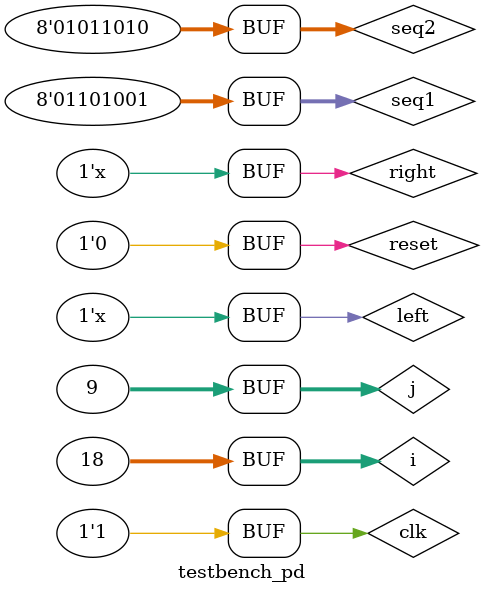
<source format=sv>
`timescale 1ps / 1ps

module testbench_pd;

reg clk, reset, left, right;
reg la, lb, lc, ra, rb, rc;
int i, j;
reg[7:0] seq1, seq2;

lab3_pd dut(clk, reset, left, right, la, lb, lc, ra, rb, rc);

initial
begin

	seq1 = 8'b0110_1001;
	seq2 = 8'b0101_1010;
	
	clk = 0;
	reset = 1;
	left = 0;
	right = 0;
	
	#50
	clk = 1;
	
	#50
	reset = 0;
	
	// Above should show both that output updates on posedge and that reset performs correctly
	
	// Initialize clock
	j = 0;
	for (i = 0; i < 18; i++)
		begin
			#50;
			clk = ~clk;
			if (clk == 0)
			begin
				left = seq1[j];
				right = seq2[j];
				j++;
			end
			
		end			
	
end
endmodule
	
</source>
